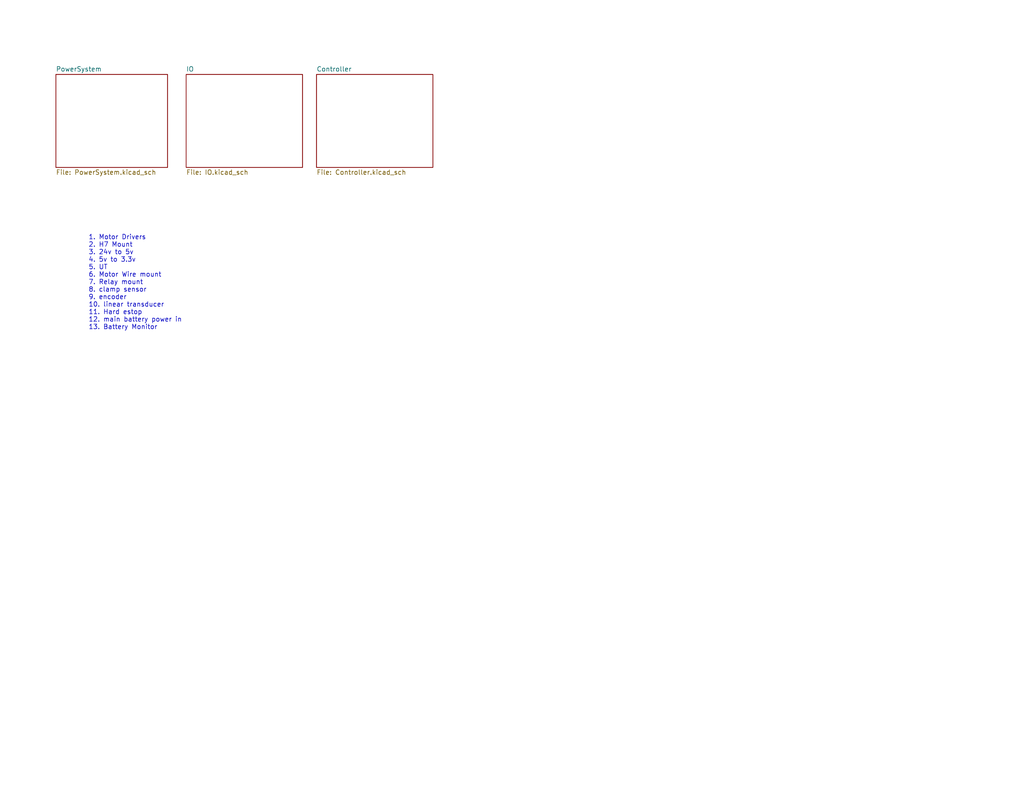
<source format=kicad_sch>
(kicad_sch (version 20230121) (generator eeschema)
  (paper "A")
  (lib_symbols)
  (text "1. Motor Drivers\n2. H7 Mount\n3. 24v to 5v\n4. 5v to 3.3v\n5. UT\n6. Motor Wire mount\n7. Relay mount\n8. clamp sensor\n9. encoder\n10. linear transducer\n11. Hard estop\n12. main battery power in\n13. Battery Monitor" (at 24.13 90.17 0) (effects (font (size 1.27 1.27)) (justify left bottom)))
  (sheet (at 50.8 20.32) (size 31.75 25.4) (stroke (width 0.1524))
    (property "Sheetname" "IO" (at 50.8 19.6084 0) (effects (justify left bottom)))
    (property "Sheetfile" "IO.kicad_sch" (at 50.8 46.3046 0) (effects (justify left top)))
  )
  (sheet (at 86.36 20.32) (size 31.75 25.4) (stroke (width 0.1524))
    (property "Sheetname" "Controller" (at 86.36 19.6084 0) (effects (justify left bottom)))
    (property "Sheetfile" "Controller.kicad_sch" (at 86.36 46.3046 0) (effects (justify left top)))
  )
  (sheet (at 15.24 20.32) (size 30.48 25.4) (stroke (width 0.1524))
    (property "Sheetname" "PowerSystem" (at 15.24 19.6084 0) (effects (justify left bottom)))
    (property "Sheetfile" "PowerSystem.kicad_sch" (at 15.24 46.3046 0) (effects (justify left top)))
  )
)
</source>
